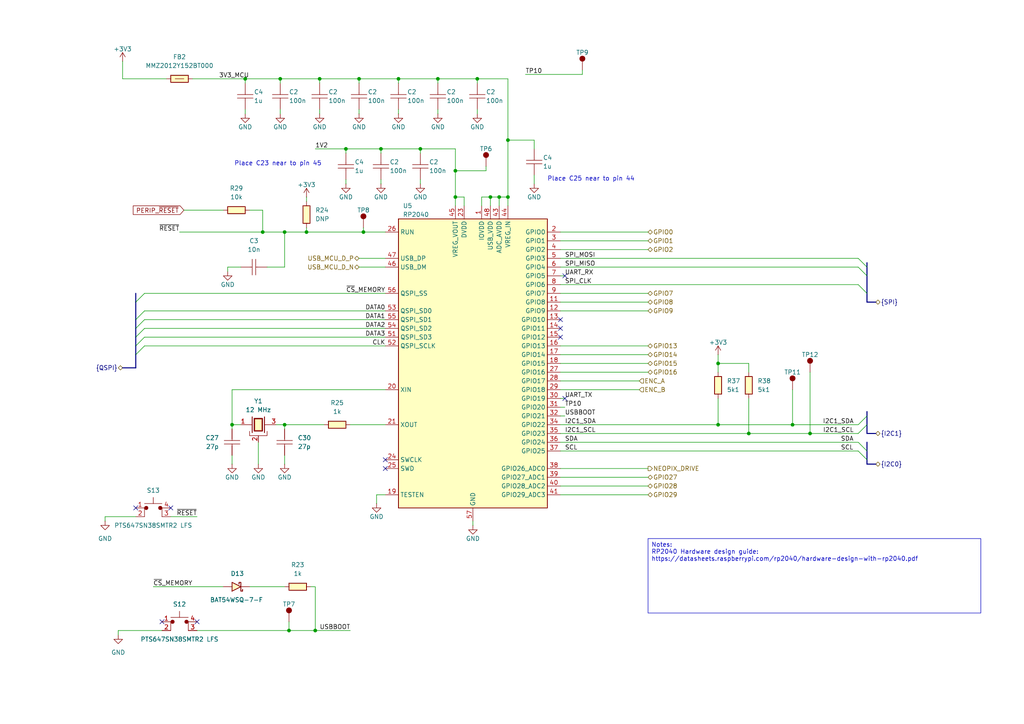
<source format=kicad_sch>
(kicad_sch (version 20231120) (generator "eeschema") (generator_version "8.0")
  (paper "A4")
  (title_block (title "Programmable Keyboard") (date "2025-01-06") (rev "3.0") (company "Kallio Designs Oy") (comment 1 "TL, NH") (comment 2 "ASSEMBLY_PN") (comment 3 "000018"))
  (bus_alias "I2C0" (members "SDA" "SCL"))
  (bus_alias "I2C1" (members "I2C1_SDA" "I2C1_SCL"))
  (bus_alias "QSPI" (members "DATA0" "DATA1" "DATA2" "DATA3" "~{CS}_MEMORY" "CLK"))
  (bus_alias "SPI" (members "SPI_CLK" "SPI_MISO" "SPI_MOSI" "SPI_CS0"))
  (junction (at 142.24 57.15))
  (junction (at 71.12 22.86))
  (junction (at 132.08 49.53))
  (junction (at 104.14 22.86))
  (junction (at 234.95 125.73))
  (junction (at 88.9 67.31))
  (junction (at 147.32 40.64))
  (junction (at 229.87 123.19))
  (junction (at 67.31 123.19))
  (junction (at 147.32 57.15))
  (junction (at 138.43 22.86))
  (junction (at 127 22.86))
  (junction (at 82.55 123.19))
  (junction (at 83.82 182.88))
  (junction (at 144.78 57.15))
  (junction (at 208.28 105.41))
  (junction (at 217.17 125.73))
  (junction (at 92.71 22.86))
  (junction (at 132.08 57.15))
  (junction (at 100.33 43.18))
  (junction (at 105.41 67.31))
  (junction (at 121.92 43.18))
  (junction (at 115.57 22.86))
  (junction (at 81.28 22.86))
  (junction (at 110.49 43.18))
  (junction (at 91.44 182.88))
  (junction (at 208.28 123.19))
  (junction (at 82.55 67.31))
  (junction (at 76.2 67.31))
  (no_connect (at 111.76 135.89))
  (no_connect (at 111.76 133.35))
  (no_connect (at 163.83 80.01))
  (no_connect (at 39.37 147.32))
  (no_connect (at 162.56 92.71))
  (no_connect (at 49.53 147.32))
  (no_connect (at 46.99 180.34))
  (no_connect (at 163.83 115.57))
  (no_connect (at 162.56 95.25))
  (no_connect (at 57.15 180.34))
  (no_connect (at 162.56 97.79))
  (bus_entry (at 39.37 87.63) (size 2.54 -2.54))
  (bus_entry (at 248.92 82.55) (size 2.54 2.54))
  (bus_entry (at 248.92 77.47) (size 2.54 2.54))
  (bus_entry (at 39.37 102.87) (size 2.54 -2.54))
  (bus_entry (at 39.37 97.79) (size 2.54 -2.54))
  (bus_entry (at 248.92 123.19) (size 2.54 -2.54))
  (bus_entry (at 39.37 92.71) (size 2.54 -2.54))
  (bus_entry (at 39.37 100.33) (size 2.54 -2.54))
  (bus_entry (at 248.92 125.73) (size 2.54 -2.54))
  (bus_entry (at 39.37 95.25) (size 2.54 -2.54))
  (bus_entry (at 248.92 74.93) (size 2.54 2.54))
  (bus_entry (at 248.92 130.81) (size 2.54 2.54))
  (bus_entry (at 248.92 128.27) (size 2.54 2.54))
  (wire (pts (xy 110.49 43.18) (xy 121.92 43.18)))
  (wire (pts (xy 154.94 50.8) (xy 154.94 53.34)))
  (wire (pts (xy 64.77 60.96) (xy 53.34 60.96)))
  (bus (pts (xy 251.46 123.19) (xy 251.46 125.73)))
  (wire (pts (xy 71.12 31.75) (xy 71.12 33.02)))
  (wire (pts (xy 187.96 69.85) (xy 162.56 69.85)))
  (wire (pts (xy 187.96 67.31) (xy 162.56 67.31)))
  (wire (pts (xy 163.83 118.11) (xy 162.56 118.11)))
  (wire (pts (xy 137.16 152.4) (xy 137.16 151.13)))
  (wire (pts (xy 104.14 74.93) (xy 111.76 74.93)))
  (wire (pts (xy 187.96 138.43) (xy 162.56 138.43)))
  (bus (pts (xy 39.37 87.63) (xy 39.37 92.71)))
  (wire (pts (xy 162.56 113.03) (xy 185.42 113.03)))
  (wire (pts (xy 162.56 74.93) (xy 248.92 74.93)))
  (wire (pts (xy 121.92 52.07) (xy 121.92 53.34)))
  (wire (pts (xy 105.41 67.31) (xy 111.76 67.31)))
  (wire (pts (xy 147.32 57.15) (xy 144.78 57.15)))
  (wire (pts (xy 162.56 77.47) (xy 248.92 77.47)))
  (wire (pts (xy 217.17 115.57) (xy 217.17 125.73)))
  (wire (pts (xy 147.32 40.64) (xy 147.32 57.15)))
  (wire (pts (xy 163.83 115.57) (xy 162.56 115.57)))
  (wire (pts (xy 41.91 85.09) (xy 111.76 85.09)))
  (wire (pts (xy 82.55 123.19) (xy 82.55 124.46)))
  (wire (pts (xy 88.9 66.04) (xy 88.9 67.31)))
  (wire (pts (xy 162.56 135.89) (xy 187.96 135.89)))
  (wire (pts (xy 187.96 87.63) (xy 162.56 87.63)))
  (wire (pts (xy 142.24 57.15) (xy 139.7 57.15)))
  (wire (pts (xy 81.28 22.86) (xy 92.71 22.86)))
  (wire (pts (xy 115.57 22.86) (xy 127 22.86)))
  (bus (pts (xy 251.46 128.27) (xy 251.46 130.81)))
  (wire (pts (xy 101.6 123.19) (xy 111.76 123.19)))
  (wire (pts (xy 208.28 123.19) (xy 229.87 123.19)))
  (wire (pts (xy 162.56 123.19) (xy 208.28 123.19)))
  (wire (pts (xy 208.28 115.57) (xy 208.28 123.19)))
  (wire (pts (xy 138.43 31.75) (xy 138.43 33.02)))
  (wire (pts (xy 187.96 143.51) (xy 162.56 143.51)))
  (wire (pts (xy 105.41 66.04) (xy 105.41 67.31)))
  (wire (pts (xy 92.71 31.75) (xy 92.71 33.02)))
  (wire (pts (xy 110.49 44.45) (xy 110.49 43.18)))
  (wire (pts (xy 81.28 24.13) (xy 81.28 22.86)))
  (wire (pts (xy 30.48 149.86) (xy 30.48 151.13)))
  (wire (pts (xy 76.2 60.96) (xy 76.2 67.31)))
  (wire (pts (xy 88.9 57.15) (xy 88.9 58.42)))
  (wire (pts (xy 82.55 67.31) (xy 88.9 67.31)))
  (wire (pts (xy 229.87 113.03) (xy 229.87 123.19)))
  (wire (pts (xy 187.96 107.95) (xy 162.56 107.95)))
  (wire (pts (xy 162.56 130.81) (xy 248.92 130.81)))
  (wire (pts (xy 49.53 149.86) (xy 57.15 149.86)))
  (wire (pts (xy 208.28 105.41) (xy 208.28 107.95)))
  (wire (pts (xy 162.56 82.55) (xy 248.92 82.55)))
  (wire (pts (xy 111.76 100.33) (xy 41.91 100.33)))
  (wire (pts (xy 121.92 44.45) (xy 121.92 43.18)))
  (wire (pts (xy 127 22.86) (xy 138.43 22.86)))
  (wire (pts (xy 127 24.13) (xy 127 22.86)))
  (wire (pts (xy 140.97 49.53) (xy 132.08 49.53)))
  (wire (pts (xy 34.29 182.88) (xy 34.29 184.15)))
  (wire (pts (xy 121.92 43.18) (xy 132.08 43.18)))
  (wire (pts (xy 208.28 102.87) (xy 208.28 105.41)))
  (wire (pts (xy 208.28 105.41) (xy 217.17 105.41)))
  (wire (pts (xy 132.08 57.15) (xy 132.08 59.69)))
  (wire (pts (xy 57.15 182.88) (xy 83.82 182.88)))
  (wire (pts (xy 147.32 22.86) (xy 147.32 40.64)))
  (wire (pts (xy 80.01 123.19) (xy 82.55 123.19)))
  (wire (pts (xy 111.76 95.25) (xy 41.91 95.25)))
  (wire (pts (xy 100.33 44.45) (xy 100.33 43.18)))
  (wire (pts (xy 132.08 57.15) (xy 134.62 57.15)))
  (wire (pts (xy 217.17 107.95) (xy 217.17 105.41)))
  (wire (pts (xy 104.14 22.86) (xy 115.57 22.86)))
  (wire (pts (xy 110.49 52.07) (xy 110.49 53.34)))
  (wire (pts (xy 144.78 59.69) (xy 144.78 57.15)))
  (bus (pts (xy 39.37 92.71) (xy 39.37 95.25)))
  (bus (pts (xy 254 87.63) (xy 251.46 87.63)))
  (wire (pts (xy 140.97 48.26) (xy 140.97 49.53)))
  (bus (pts (xy 39.37 100.33) (xy 39.37 102.87)))
  (wire (pts (xy 115.57 31.75) (xy 115.57 33.02)))
  (bus (pts (xy 251.46 76.2) (xy 251.46 77.47)))
  (wire (pts (xy 83.82 182.88) (xy 91.44 182.88)))
  (wire (pts (xy 139.7 57.15) (xy 139.7 59.69)))
  (wire (pts (xy 52.07 67.31) (xy 76.2 67.31)))
  (wire (pts (xy 187.96 90.17) (xy 162.56 90.17)))
  (bus (pts (xy 39.37 97.79) (xy 39.37 100.33)))
  (bus (pts (xy 251.46 133.35) (xy 251.46 134.62)))
  (wire (pts (xy 217.17 125.73) (xy 234.95 125.73)))
  (bus (pts (xy 251.46 85.09) (xy 251.46 87.63)))
  (wire (pts (xy 83.82 180.34) (xy 83.82 182.88)))
  (wire (pts (xy 154.94 43.18) (xy 154.94 40.64)))
  (bus (pts (xy 251.46 130.81) (xy 251.46 133.35)))
  (wire (pts (xy 132.08 49.53) (xy 132.08 57.15)))
  (wire (pts (xy 142.24 59.69) (xy 142.24 57.15)))
  (wire (pts (xy 69.85 123.19) (xy 67.31 123.19)))
  (wire (pts (xy 76.2 67.31) (xy 82.55 67.31)))
  (wire (pts (xy 81.28 22.86) (xy 71.12 22.86)))
  (wire (pts (xy 132.08 49.53) (xy 132.08 43.18)))
  (wire (pts (xy 138.43 24.13) (xy 138.43 22.86)))
  (wire (pts (xy 147.32 59.69) (xy 147.32 57.15)))
  (wire (pts (xy 138.43 22.86) (xy 147.32 22.86)))
  (bus (pts (xy 251.46 80.01) (xy 251.46 85.09)))
  (wire (pts (xy 46.99 182.88) (xy 34.29 182.88)))
  (wire (pts (xy 82.55 170.18) (xy 72.39 170.18)))
  (wire (pts (xy 152.4 21.59) (xy 168.91 21.59)))
  (wire (pts (xy 77.47 77.47) (xy 82.55 77.47)))
  (wire (pts (xy 163.83 80.01) (xy 162.56 80.01)))
  (wire (pts (xy 111.76 97.79) (xy 41.91 97.79)))
  (wire (pts (xy 111.76 143.51) (xy 109.22 143.51)))
  (wire (pts (xy 71.12 24.13) (xy 71.12 22.86)))
  (wire (pts (xy 82.55 77.47) (xy 82.55 67.31)))
  (wire (pts (xy 91.44 43.18) (xy 100.33 43.18)))
  (bus (pts (xy 39.37 102.87) (xy 39.37 106.68)))
  (wire (pts (xy 104.14 77.47) (xy 111.76 77.47)))
  (wire (pts (xy 67.31 123.19) (xy 67.31 124.46)))
  (wire (pts (xy 115.57 24.13) (xy 115.57 22.86)))
  (wire (pts (xy 162.56 125.73) (xy 217.17 125.73)))
  (wire (pts (xy 104.14 24.13) (xy 104.14 22.86)))
  (wire (pts (xy 92.71 24.13) (xy 92.71 22.86)))
  (wire (pts (xy 162.56 110.49) (xy 185.42 110.49)))
  (wire (pts (xy 100.33 52.07) (xy 100.33 53.34)))
  (bus (pts (xy 251.46 77.47) (xy 251.46 80.01)))
  (wire (pts (xy 147.32 40.64) (xy 154.94 40.64)))
  (wire (pts (xy 91.44 170.18) (xy 91.44 182.88)))
  (wire (pts (xy 88.9 67.31) (xy 105.41 67.31)))
  (wire (pts (xy 104.14 31.75) (xy 104.14 33.02)))
  (wire (pts (xy 127 31.75) (xy 127 33.02)))
  (wire (pts (xy 44.45 170.18) (xy 64.77 170.18)))
  (wire (pts (xy 66.04 77.47) (xy 66.04 78.74)))
  (wire (pts (xy 55.88 22.86) (xy 71.12 22.86)))
  (wire (pts (xy 111.76 92.71) (xy 41.91 92.71)))
  (wire (pts (xy 69.85 77.47) (xy 66.04 77.47)))
  (wire (pts (xy 162.56 120.65) (xy 163.83 120.65)))
  (wire (pts (xy 111.76 113.03) (xy 67.31 113.03)))
  (wire (pts (xy 144.78 57.15) (xy 142.24 57.15)))
  (wire (pts (xy 81.28 31.75) (xy 81.28 33.02)))
  (wire (pts (xy 187.96 105.41) (xy 162.56 105.41)))
  (wire (pts (xy 134.62 59.69) (xy 134.62 57.15)))
  (wire (pts (xy 90.17 170.18) (xy 91.44 170.18)))
  (wire (pts (xy 187.96 100.33) (xy 162.56 100.33)))
  (wire (pts (xy 168.91 21.59) (xy 168.91 20.32)))
  (bus (pts (xy 251.46 120.65) (xy 251.46 123.19)))
  (wire (pts (xy 48.26 22.86) (xy 35.56 22.86)))
  (wire (pts (xy 74.93 134.62) (xy 74.93 128.27)))
  (wire (pts (xy 162.56 128.27) (xy 248.92 128.27)))
  (bus (pts (xy 251.46 119.38) (xy 251.46 120.65)))
  (wire (pts (xy 187.96 72.39) (xy 162.56 72.39)))
  (wire (pts (xy 35.56 22.86) (xy 35.56 17.78)))
  (wire (pts (xy 111.76 90.17) (xy 41.91 90.17)))
  (bus (pts (xy 254 125.73) (xy 251.46 125.73)))
  (bus (pts (xy 39.37 106.68) (xy 35.56 106.68)))
  (wire (pts (xy 229.87 123.19) (xy 248.92 123.19)))
  (wire (pts (xy 187.96 140.97) (xy 162.56 140.97)))
  (wire (pts (xy 234.95 125.73) (xy 248.92 125.73)))
  (wire (pts (xy 234.95 107.95) (xy 234.95 125.73)))
  (bus (pts (xy 254 134.62) (xy 251.46 134.62)))
  (wire (pts (xy 187.96 102.87) (xy 162.56 102.87)))
  (wire (pts (xy 72.39 60.96) (xy 76.2 60.96)))
  (wire (pts (xy 92.71 22.86) (xy 104.14 22.86)))
  (wire (pts (xy 82.55 134.62) (xy 82.55 132.08)))
  (wire (pts (xy 100.33 43.18) (xy 110.49 43.18)))
  (wire (pts (xy 67.31 134.62) (xy 67.31 132.08)))
  (wire (pts (xy 109.22 143.51) (xy 109.22 146.05)))
  (wire (pts (xy 39.37 149.86) (xy 30.48 149.86)))
  (wire (pts (xy 187.96 85.09) (xy 162.56 85.09)))
  (wire (pts (xy 67.31 113.03) (xy 67.31 123.19)))
  (bus (pts (xy 39.37 85.09) (xy 39.37 87.63)))
  (wire (pts (xy 82.55 123.19) (xy 93.98 123.19)))
  (bus (pts (xy 39.37 95.25) (xy 39.37 97.79)))
  (wire (pts (xy 91.44 182.88) (xy 101.6 182.88)))
  (text_box "Notes:\nRP2040 Hardware design guide:\nhttps://datasheets.raspberrypi.com/rp2040/hardware-design-with-rp2040.pdf\n" (at 187.96 156.21 0) (size 96.52 21.59) (effects (font (size 1.27 1.27)) (justify left top)))
  (text "Place C25 near to pin 44" (at 158.75 52.705 0) (effects (font (size 1.27 1.27)) (justify left bottom)))
  (text "Place C23 near to pin 45" (at 67.945 48.26 0) (effects (font (size 1.27 1.27)) (justify left bottom)))
  (label "USBBOOT" (at 163.83 120.65 0))
  (label "I2C1_SCL" (at 163.83 125.73 0))
  (label "SPI_CLK" (at 163.83 82.55 0))
  (label "SDA" (at 163.83 128.27 0))
  (label "DATA1" (at 111.76 92.71 180))
  (label "USBBOOT" (at 101.6 182.88 180))
  (label "SCL" (at 243.84 130.81 0))
  (label "TP10" (at 163.83 118.11 0))
  (label "3V3_MCU" (at 63.5 22.86 0))
  (label "~{CS}_MEMORY" (at 44.45 170.18 0))
  (label "I2C1_SCL" (at 247.65 125.73 180))
  (label "CLK" (at 111.76 100.33 180))
  (label "SCL" (at 163.83 130.81 0))
  (label "DATA0" (at 111.76 90.17 180))
  (label "UART_TX" (at 163.83 115.57 0))
  (label "DATA3" (at 111.76 97.79 180))
  (label "~{CS}_MEMORY" (at 111.76 85.09 180))
  (label "I2C1_SDA" (at 247.65 123.19 180))
  (label "DATA2" (at 111.76 95.25 180))
  (label "SPI_MOSI" (at 163.83 74.93 0))
  (label "~{RESET}" (at 52.07 67.31 180))
  (label "1V2" (at 91.44 43.18 0))
  (label "TP10" (at 152.4 21.59 0))
  (label "I2C1_SDA" (at 163.83 123.19 0))
  (label "SPI_MISO" (at 163.83 77.47 0))
  (label "UART_RX" (at 163.83 80.01 0))
  (label "SDA" (at 243.84 128.27 0))
  (label "~{RESET}" (at 57.15 149.86 180))
  (global_label "PERIP_~{RESET}" (shape input) (at 53.34 60.96 180) (property "Intersheetrefs" "${INTERSHEET_REFS}" (effects (hide yes))))
  (hierarchical_label "GPIO16" (shape bidirectional) (at 187.96 107.95 0))
  (hierarchical_label "GPIO28" (shape bidirectional) (at 187.96 140.97 0))
  (hierarchical_label "{I2C0}" (shape bidirectional) (at 254 134.62 0))
  (hierarchical_label "USB_MCU_D_P" (shape bidirectional) (at 104.14 74.93 180))
  (hierarchical_label "GPIO29" (shape bidirectional) (at 187.96 143.51 0))
  (hierarchical_label "GPIO9" (shape bidirectional) (at 187.96 90.17 0))
  (hierarchical_label "GPIO13" (shape bidirectional) (at 187.96 100.33 0))
  (hierarchical_label "GPIO15" (shape bidirectional) (at 187.96 105.41 0))
  (hierarchical_label "{I2C1}" (shape bidirectional) (at 254 125.73 0))
  (hierarchical_label "USB_MCU_D_N" (shape bidirectional) (at 104.14 77.47 180))
  (hierarchical_label "{QSPI}" (shape bidirectional) (at 35.56 106.68 180))
  (hierarchical_label "GPIO2" (shape bidirectional) (at 187.96 72.39 0))
  (hierarchical_label "ENC_B" (shape input) (at 185.42 113.03 0))
  (hierarchical_label "{SPI}" (shape bidirectional) (at 254 87.63 0))
  (hierarchical_label "GPIO1" (shape bidirectional) (at 187.96 69.85 0))
  (hierarchical_label "GPIO14" (shape bidirectional) (at 187.96 102.87 0))
  (hierarchical_label "GPIO8" (shape bidirectional) (at 187.96 87.63 0))
  (hierarchical_label "ENC_A" (shape input) (at 185.42 110.49 0))
  (hierarchical_label "GPIO27" (shape bidirectional) (at 187.96 138.43 0))
  (hierarchical_label "NEOPIX_DRIVE" (shape output) (at 187.96 135.89 0))
  (hierarchical_label "GPIO0" (shape bidirectional) (at 187.96 67.31 0))
  (hierarchical_label "GPIO7" (shape bidirectional) (at 187.96 85.09 0))
  (symbol (lib_id "KD_Capacitor:C_0603_100n_X7R_50V") (at 127 27.94 0) (unit 1)
    (property "Reference" "C2" (at 129.54 26.67 0) (effects (justify left)))
    (property "Value" "100n" (at 129.54 29.21 0) (effects (justify left)))
    (property "Footprint" "KD_Capacitor:CAPC1608X90N" (effects (hide yes)))
    (property "Datasheet" "https://mm.digikey.com/Volume0/opasdata/d220001/medias/docus/658/CL10B104KB8NNWC_Spec.pdf" (effects (hide yes)))
    (property "Description" "CAP CER 0.1UF 50V X7R 0603" (effects (hide yes)))
    (property "Manufacturer" "Samsung" (effects (hide yes)))
    (property "MFG_PartNo" "CL10B104KB8NNWC" (effects (hide yes)))
    (property "Supplier" "Digi-Key" (effects (hide yes)))
    (property "Supplier_PartNo" "1276-1935-1-ND" (effects (hide yes)))
    (property "DNP" "F" (effects (hide yes)))
    (property "Price" "0.01" (effects (hide yes)))
    (instances (project "000052 RCCON" (path "" (reference "C2") (unit 1))) (project "000018 PGKB" (path "" (reference "C34") (unit 1))))
  )
  (symbol (lib_id "KD_Connector_Pads:TestPoint_2.5mm_H0.9") (at 83.82 180.34 0) (unit 1)
    (property "Reference" "TP7" (at 83.82 175.26 0))
    (property "Value" "TP D2.5 mm H0.9mm" (effects (hide yes)))
    (property "Footprint" "KD_Connector_Pads:TestPoint_Pad_D2.5mm_H0.9mm" (effects (hide yes)))
    (property "Datasheet" "DNP" (effects (hide yes)))
    (property "Description" "Test point" (effects (hide yes)))
    (property "Code" "DNP" (effects (hide yes)))
    (property "Manufacturer" "DNP" (effects (hide yes)))
    (property "MFG_PartNo" "DNP" (effects (hide yes)))
    (property "Supplier" "DNP" (effects (hide yes)))
    (property "Supplier_PartNo" "DNP" (effects (hide yes)))
    (property "DNP" "T" (effects (hide yes)))
    (property "Price" "0.00" (effects (hide yes)))
  )
  (symbol (lib_id "power:GND") (at 82.55 134.62 0) (mirror y) (unit 1)
    (property "Reference" "#GND05" (effects (hide yes)))
    (property "Value" "GND" (at 82.55 138.43 0))
    (property "Description" "Power symbol creates a global label with name \"GND\" , ground" (effects (hide yes)))
    (instances (project "000052 RCCON" (path "" (reference "#GND05") (unit 1))) (project "000018 PGKB" (path "" (reference "#GND023") (unit 1))))
  )
  (symbol (lib_id "power:GND") (at 71.12 33.02 0) (mirror y) (unit 1)
    (property "Reference" "#GND04" (effects (hide yes)))
    (property "Value" "GND" (at 71.12 36.83 0))
    (property "Description" "Power symbol creates a global label with name \"GND\" , ground" (effects (hide yes)))
    (instances (project "000052 RCCON" (path "" (reference "#GND04") (unit 1))) (project "000018 PGKB" (path "" (reference "#GND020") (unit 1))))
  )
  (symbol (lib_id "KD_IC_MCU:RPi_RP2040") (at 137.16 102.87 0) (unit 1)
    (property "Reference" "U5" (at 116.84 59.69 0) (effects (justify left)))
    (property "Value" "RP2040" (at 116.84 62.23 0) (effects (justify left)))
    (property "Footprint" "Package_DFN_QFN:QFN-56-1EP_7x7mm_P0.4mm_EP3.2x3.2mm" (effects (hide yes)))
    (property "Datasheet" "https://datasheets.raspberrypi.com/rp2040/rp2040-datasheet.pdf" (effects (hide yes)))
    (property "Description" "ARM® Cortex®-M0+ - Microcontroller IC 32-Bit Dual-Core 133MHz External Program Memory 56-QFN (7x7)" (effects (hide yes)))
    (property "Manufacturer" "Raspberry Pi" (effects (hide yes)))
    (property "MFG_PartNo" "SC0914(13)" (effects (hide yes)))
    (property "Supplier" "Digi-Key" (effects (hide yes)))
    (property "Supplier_PartNo" "2648-SC0914(13)CT-ND" (effects (hide yes)))
    (property "DNP" "F" (effects (hide yes)))
    (property "Price" "0.66" (effects (hide yes)))
  )
  (symbol (lib_id "power:GND") (at 127 33.02 0) (mirror y) (unit 1)
    (property "Reference" "#GND02" (effects (hide yes)))
    (property "Value" "GND" (at 127 36.83 0))
    (property "Description" "Power symbol creates a global label with name \"GND\" , ground" (effects (hide yes)))
    (instances (project "000052 RCCON" (path "" (reference "#GND02") (unit 1))) (project "000018 PGKB" (path "" (reference "#GND028") (unit 1))))
  )
  (symbol (lib_id "KD_Capacitor:C_0603_100n_X7R_50V") (at 92.71 27.94 0) (unit 1)
    (property "Reference" "C2" (at 95.25 26.67 0) (effects (justify left)))
    (property "Value" "100n" (at 95.25 29.21 0) (effects (justify left)))
    (property "Footprint" "KD_Capacitor:CAPC1608X90N" (effects (hide yes)))
    (property "Datasheet" "https://mm.digikey.com/Volume0/opasdata/d220001/medias/docus/658/CL10B104KB8NNWC_Spec.pdf" (effects (hide yes)))
    (property "Description" "CAP CER 0.1UF 50V X7R 0603" (effects (hide yes)))
    (property "Manufacturer" "Samsung" (effects (hide yes)))
    (property "MFG_PartNo" "CL10B104KB8NNWC" (effects (hide yes)))
    (property "Supplier" "Digi-Key" (effects (hide yes)))
    (property "Supplier_PartNo" "1276-1935-1-ND" (effects (hide yes)))
    (property "DNP" "F" (effects (hide yes)))
    (property "Price" "0.01" (effects (hide yes)))
    (instances (project "000052 RCCON" (path "" (reference "C2") (unit 1))) (project "000018 PGKB" (path "" (reference "C31") (unit 1))))
  )
  (symbol (lib_id "KD_Resistor:R_0603_5100_1%") (at 208.28 111.76 0) (unit 1)
    (property "Reference" "R37" (at 210.82 110.4899 0) (effects (justify left)))
    (property "Value" "5k1" (at 210.82 113.0299 0) (effects (justify left)))
    (property "Footprint" "KD_Resistor:RESC1608X55N" (effects (hide yes)))
    (property "Datasheet" "https://www.seielect.com/catalog/sei-rmcf_rmcp.pdf" (effects (hide yes)))
    (property "Description" "RES 5.1K OHM 5% 1/10W 0603" (effects (hide yes)))
    (property "Manufacturer" "Stackpole Electronics Inc" (effects (hide yes)))
    (property "MFG_PartNo" "RMCF0603JT5K10" (effects (hide yes)))
    (property "Supplier" "Digi-Key" (effects (hide yes)))
    (property "Supplier_PartNo" "RMCF0603JT5K10CT-ND" (effects (hide yes)))
    (property "DNP" "F" (effects (hide yes)))
    (property "Price" "0.01" (effects (hide yes)))
    (instances (project "000052 RCCON" (path "" (reference "R37") (unit 1))) (project "000018 PGKB" (path "" (reference "R26") (unit 1))))
  )
  (symbol (lib_id "power:GND") (at 115.57 33.02 0) (mirror y) (unit 1)
    (property "Reference" "#GND02" (effects (hide yes)))
    (property "Value" "GND" (at 115.57 36.83 0))
    (property "Description" "Power symbol creates a global label with name \"GND\" , ground" (effects (hide yes)))
    (instances (project "000052 RCCON" (path "" (reference "#GND02") (unit 1))) (project "000018 PGKB" (path "" (reference "#GND027") (unit 1))))
  )
  (symbol (lib_id "power:GND") (at 34.29 184.15 0) (mirror y) (unit 1)
    (property "Reference" "#GND052" (effects (hide yes)))
    (property "Value" "GND" (at 34.29 189.23 0))
    (property "Description" "Power symbol creates a global label with name \"GND\" , ground" (effects (hide yes)))
    (instances (project "000052 RCCON" (path "" (reference "#GND052") (unit 1))) (project "000018 PGKB" (path "" (reference "#GND013") (unit 1))))
  )
  (symbol (lib_id "power:GND") (at 81.28 33.02 0) (mirror y) (unit 1)
    (property "Reference" "#GND02" (effects (hide yes)))
    (property "Value" "GND" (at 81.28 36.83 0))
    (property "Description" "Power symbol creates a global label with name \"GND\" , ground" (effects (hide yes)))
    (instances (project "000052 RCCON" (path "" (reference "#GND02") (unit 1))) (project "000018 PGKB" (path "" (reference "#GND022") (unit 1))))
  )
  (symbol (lib_id "KD_Capacitor:C_0805_1u_X7R_25V") (at 154.94 46.99 0) (unit 1)
    (property "Reference" "C4" (at 157.48 45.72 0) (effects (justify left)))
    (property "Value" "1u" (at 157.48 48.26 0) (effects (justify left)))
    (property "Footprint" "KD_Capacitor:CAPC2012X135N" (effects (hide yes)))
    (property "Datasheet" "https://mm.digikey.com/Volume0/opasdata/d220001/medias/docus/1105/CL21B105KAFNNNE_Spec.pdf" (effects (hide yes)))
    (property "Description" "CAP CER 1UF 25V X7R 0805" (effects (hide yes)))
    (property "Manufacturer" "Samsung Electro-Mechanics" (effects (hide yes)))
    (property "MFG_PartNo" "CL21B105KAFNNNE" (effects (hide yes)))
    (property "Supplier" "Digi-Key" (effects (hide yes)))
    (property "Supplier_PartNo" "1276-1066-1-ND" (effects (hide yes)))
    (property "DNP" "F" (effects (hide yes)))
    (property "Price" "0.03" (effects (hide yes)))
    (instances (project "000052 RCCON" (path "" (reference "C4") (unit 1))) (project "000018 PGKB" (path "" (reference "C25") (unit 1))))
  )
  (symbol (lib_id "KD_Switch:Button_tactile_PTS647SN38SMTR2LFS") (at 52.07 180.34 0) (unit 1)
    (property "Reference" "S12" (at 52.07 175.26 0))
    (property "Value" "PTS647SN38SMTR2 LFS" (at 52.07 185.42 0))
    (property "Footprint" "KD_Switch:SW_Push_1P1T_NO_CK_PTS647SN50SMTR2LFS" (effects (hide yes)))
    (property "Datasheet" "https://www.ckswitches.com/media/2567/pts647.pdf" (effects (hide yes)))
    (property "Description" "Tactile Switch SPST-NO Top Actuated Surface Mount" (effects (hide yes)))
    (property "Manufacturer" "C&K" (effects (hide yes)))
    (property "MFG_PartNo" "PTS647SN38SMTR2 LFS" (effects (hide yes)))
    (property "Supplier" "Digi-Key" (effects (hide yes)))
    (property "Supplier_PartNo" "PTS647SN38SMTR2LFSCT-ND" (effects (hide yes)))
    (property "DNP" "F" (effects (hide yes)))
    (property "Price" "0.17" (effects (hide yes)))
  )
  (symbol (lib_id "power:GND") (at 154.94 53.34 0) (mirror y) (unit 1)
    (property "Reference" "#GND04" (effects (hide yes)))
    (property "Value" "GND" (at 154.94 57.15 0))
    (property "Description" "Power symbol creates a global label with name \"GND\" , ground" (effects (hide yes)))
    (instances (project "000052 RCCON" (path "" (reference "#GND04") (unit 1))) (project "000018 PGKB" (path "" (reference "#GND017") (unit 1))))
  )
  (symbol (lib_id "power:GND") (at 109.22 146.05 0) (mirror y) (unit 1)
    (property "Reference" "#GND06" (effects (hide yes)))
    (property "Value" "GND" (at 109.22 149.86 0))
    (property "Description" "Power symbol creates a global label with name \"GND\" , ground" (effects (hide yes)))
    (instances (project "000052 RCCON" (path "" (reference "#GND06") (unit 1))) (project "000018 PGKB" (path "" (reference "#GND026") (unit 1))))
  )
  (symbol (lib_id "KD_Capacitor:C_0603_100n_X7R_50V") (at 121.92 48.26 0) (unit 1)
    (property "Reference" "C2" (at 124.46 46.99 0) (effects (justify left)))
    (property "Value" "100n" (at 124.46 49.53 0) (effects (justify left)))
    (property "Footprint" "KD_Capacitor:CAPC1608X90N" (effects (hide yes)))
    (property "Datasheet" "https://mm.digikey.com/Volume0/opasdata/d220001/medias/docus/658/CL10B104KB8NNWC_Spec.pdf" (effects (hide yes)))
    (property "Description" "CAP CER 0.1UF 50V X7R 0603" (effects (hide yes)))
    (property "Manufacturer" "Samsung" (effects (hide yes)))
    (property "MFG_PartNo" "CL10B104KB8NNWC" (effects (hide yes)))
    (property "Supplier" "Digi-Key" (effects (hide yes)))
    (property "Supplier_PartNo" "1276-1935-1-ND" (effects (hide yes)))
    (property "DNP" "F" (effects (hide yes)))
    (property "Price" "0.01" (effects (hide yes)))
    (instances (project "000052 RCCON" (path "" (reference "C2") (unit 1))) (project "000018 PGKB" (path "" (reference "C26") (unit 1))))
  )
  (symbol (lib_id "power:GND") (at 138.43 33.02 0) (mirror y) (unit 1)
    (property "Reference" "#GND02" (effects (hide yes)))
    (property "Value" "GND" (at 138.43 36.83 0))
    (property "Description" "Power symbol creates a global label with name \"GND\" , ground" (effects (hide yes)))
    (instances (project "000052 RCCON" (path "" (reference "#GND02") (unit 1))) (project "000018 PGKB" (path "" (reference "#GND030") (unit 1))))
  )
  (symbol (lib_id "KD_Connector_Pads:TestPoint_2.5mm_H0.9") (at 140.97 48.26 0) (unit 1)
    (property "Reference" "TP6" (at 140.97 43.18 0))
    (property "Value" "TP D2.5 mm H0.9mm" (effects (hide yes)))
    (property "Footprint" "KD_Connector_Pads:TestPoint_Pad_D2.5mm_H0.9mm" (effects (hide yes)))
    (property "Datasheet" "DNP" (effects (hide yes)))
    (property "Description" "Test point" (effects (hide yes)))
    (property "Code" "DNP" (effects (hide yes)))
    (property "Manufacturer" "DNP" (effects (hide yes)))
    (property "MFG_PartNo" "DNP" (effects (hide yes)))
    (property "Supplier" "DNP" (effects (hide yes)))
    (property "Supplier_PartNo" "DNP" (effects (hide yes)))
    (property "DNP" "T" (effects (hide yes)))
    (property "Price" "0.00" (effects (hide yes)))
  )
  (symbol (lib_id "KD_Connector_Pads:TestPoint_2.5mm_H0.9") (at 234.95 107.95 0) (unit 1)
    (property "Reference" "TP12" (at 234.95 102.87 0))
    (property "Value" "TP D2.5 mm H0.9mm" (effects (hide yes)))
    (property "Footprint" "KD_Connector_Pads:TestPoint_Pad_D2.5mm_H0.9mm" (effects (hide yes)))
    (property "Datasheet" "DNP" (effects (hide yes)))
    (property "Description" "Test point" (effects (hide yes)))
    (property "Code" "DNP" (effects (hide yes)))
    (property "Manufacturer" "DNP" (effects (hide yes)))
    (property "MFG_PartNo" "DNP" (effects (hide yes)))
    (property "Supplier" "DNP" (effects (hide yes)))
    (property "Supplier_PartNo" "DNP" (effects (hide yes)))
    (property "DNP" "T" (effects (hide yes)))
    (property "Price" "0.00" (effects (hide yes)))
  )
  (symbol (lib_id "KD_Connector_Pads:TestPoint_1.5mm_Round") (at 168.91 20.32 0) (unit 1)
    (property "Reference" "TP9" (at 168.91 15.24 0))
    (property "Value" "TestPoint_1.5mm_Round" (effects (hide yes)))
    (property "Footprint" "KD_Connector_Pads:TestPoint_Pad_D1.5mm" (effects (hide yes)))
    (property "Datasheet" "DNP" (effects (hide yes)))
    (property "Description" "Test point" (effects (hide yes)))
    (property "Code" "DNP" (effects (hide yes)))
    (property "Manufacturer" "DNP" (effects (hide yes)))
    (property "MFG_PartNo" "DNP" (effects (hide yes)))
    (property "Supplier" "DNP" (effects (hide yes)))
    (property "Supplier_PartNo" "DNP" (effects (hide yes)))
    (property "DNP" "T" (effects (hide yes)))
    (property "Price" "0.00" (effects (hide yes)))
  )
  (symbol (lib_id "KD_Capacitor:C_0603_100n_X7R_50V") (at 104.14 27.94 0) (unit 1)
    (property "Reference" "C2" (at 106.68 26.67 0) (effects (justify left)))
    (property "Value" "100n" (at 106.68 29.21 0) (effects (justify left)))
    (property "Footprint" "KD_Capacitor:CAPC1608X90N" (effects (hide yes)))
    (property "Datasheet" "https://mm.digikey.com/Volume0/opasdata/d220001/medias/docus/658/CL10B104KB8NNWC_Spec.pdf" (effects (hide yes)))
    (property "Description" "CAP CER 0.1UF 50V X7R 0603" (effects (hide yes)))
    (property "Manufacturer" "Samsung" (effects (hide yes)))
    (property "MFG_PartNo" "CL10B104KB8NNWC" (effects (hide yes)))
    (property "Supplier" "Digi-Key" (effects (hide yes)))
    (property "Supplier_PartNo" "1276-1935-1-ND" (effects (hide yes)))
    (property "DNP" "F" (effects (hide yes)))
    (property "Price" "0.01" (effects (hide yes)))
    (instances (project "000052 RCCON" (path "" (reference "C2") (unit 1))) (project "000018 PGKB" (path "" (reference "C32") (unit 1))))
  )
  (symbol (lib_id "power:+3V3") (at 208.28 102.87 0) (unit 1)
    (property "Reference" "#+3V07" (effects (hide yes)))
    (property "Value" "+3V3" (at 208.28 99.314 0))
    (property "Description" "Power symbol creates a global label with name \"+3V3\"" (effects (hide yes)))
    (instances (project "000052 RCCON" (path "" (reference "#+3V07") (unit 1))) (project "000018 PGKB" (path "" (reference "#+3V06") (unit 1))))
  )
  (symbol (lib_id "KD_Capacitor:C_0603_10n_X7R_100V") (at 73.66 77.47 90) (unit 1)
    (property "Reference" "C3" (at 73.66 69.85 90))
    (property "Value" "10n" (at 73.66 72.39 90))
    (property "Footprint" "KD_Capacitor:CAPC1608X90N" (effects (hide yes)))
    (property "Datasheet" "https://product.tdk.com/en/system/files?file=dam/doc/product/capacitor/ceramic/mlcc/catalog/mlcc_commercial_midvoltage_en.pdf" (effects (hide yes)))
    (property "Description" "CAP CER 10000PF 100V X7R 0603" (effects (hide yes)))
    (property "Manufacturer" "TDK Corporation" (effects (hide yes)))
    (property "MFG_PartNo" "C1608X7R2A103K080AA" (effects (hide yes)))
    (property "Supplier" "Digi-Key" (effects (hide yes)))
    (property "Supplier_PartNo" "445-1304-1-ND" (effects (hide yes)))
    (property "DNP" "F" (effects (hide yes)))
    (property "Price" "0.05" (effects (hide yes)))
  )
  (symbol (lib_id "KD_Resistor:R_0603_5100_1%") (at 217.17 111.76 0) (unit 1)
    (property "Reference" "R38" (at 219.71 110.4899 0) (effects (justify left)))
    (property "Value" "5k1" (at 219.71 113.0299 0) (effects (justify left)))
    (property "Footprint" "KD_Resistor:RESC1608X55N" (effects (hide yes)))
    (property "Datasheet" "https://www.seielect.com/catalog/sei-rmcf_rmcp.pdf" (effects (hide yes)))
    (property "Description" "RES 5.1K OHM 5% 1/10W 0603" (effects (hide yes)))
    (property "Manufacturer" "Stackpole Electronics Inc" (effects (hide yes)))
    (property "MFG_PartNo" "RMCF0603JT5K10" (effects (hide yes)))
    (property "Supplier" "Digi-Key" (effects (hide yes)))
    (property "Supplier_PartNo" "RMCF0603JT5K10CT-ND" (effects (hide yes)))
    (property "DNP" "F" (effects (hide yes)))
    (property "Price" "0.01" (effects (hide yes)))
    (instances (project "000052 RCCON" (path "" (reference "R38") (unit 1))) (project "000018 PGKB" (path "" (reference "R27") (unit 1))))
  )
  (symbol (lib_id "power:GND") (at 92.71 33.02 0) (mirror y) (unit 1)
    (property "Reference" "#GND02" (effects (hide yes)))
    (property "Value" "GND" (at 92.71 36.83 0))
    (property "Description" "Power symbol creates a global label with name \"GND\" , ground" (effects (hide yes)))
    (instances (project "000052 RCCON" (path "" (reference "#GND02") (unit 1))) (project "000018 PGKB" (path "" (reference "#GND024") (unit 1))))
  )
  (symbol (lib_id "KD_Oscillator:Crystal_12M_ABM8-272-T3") (at 74.93 123.19 0) (unit 1)
    (property "Reference" "Y1" (at 74.93 116.332 0))
    (property "Value" "12 MHz" (at 74.93 118.872 0))
    (property "Footprint" "KD_Oscillator:OSCCC320X250X70_M" (effects (hide yes)))
    (property "Datasheet" "https://www.mouser.fi/datasheet/2/3/ABM8_272_T3-3392615.pdf" (effects (hide yes)))
    (property "Description" "12 MHz ±30ppm Crystal 10pF 50 Ohms 4-SMD, No Lead" (effects (hide yes)))
    (property "Manufacturer" "Abracon LLC" (effects (hide yes)))
    (property "MFG_PartNo" "ABM8-272-T3" (effects (hide yes)))
    (property "Supplier" "Digi-Key" (effects (hide yes)))
    (property "Supplier_PartNo" "535-ABM8-272-T3CT-ND" (effects (hide yes)))
    (property "DNP" "F" (effects (hide yes)))
    (property "Price" "0.2" (effects (hide yes)))
  )
  (symbol (lib_id "KD_Connector_Pads:TestPoint_2.5mm_H0.9") (at 105.41 66.04 0) (unit 1)
    (property "Reference" "TP8" (at 105.41 60.96 0))
    (property "Value" "TP D2.5 mm H0.9mm" (effects (hide yes)))
    (property "Footprint" "KD_Connector_Pads:TestPoint_Pad_D2.5mm_H0.9mm" (effects (hide yes)))
    (property "Datasheet" "DNP" (effects (hide yes)))
    (property "Description" "Test point" (effects (hide yes)))
    (property "Code" "DNP" (effects (hide yes)))
    (property "Manufacturer" "DNP" (effects (hide yes)))
    (property "MFG_PartNo" "DNP" (effects (hide yes)))
    (property "Supplier" "DNP" (effects (hide yes)))
    (property "Supplier_PartNo" "DNP" (effects (hide yes)))
    (property "DNP" "T" (effects (hide yes)))
    (property "Price" "0.00" (effects (hide yes)))
  )
  (symbol (lib_id "KD_Switch:Button_tactile_PTS647SN38SMTR2LFS") (at 44.45 147.32 0) (unit 1)
    (property "Reference" "S13" (at 44.45 142.24 0))
    (property "Value" "PTS647SN38SMTR2 LFS" (at 44.45 152.4 0))
    (property "Footprint" "KD_Switch:SW_Push_1P1T_NO_CK_PTS647SN50SMTR2LFS" (effects (hide yes)))
    (property "Datasheet" "https://www.ckswitches.com/media/2567/pts647.pdf" (effects (hide yes)))
    (property "Description" "Tactile Switch SPST-NO Top Actuated Surface Mount" (effects (hide yes)))
    (property "Manufacturer" "C&K" (effects (hide yes)))
    (property "MFG_PartNo" "PTS647SN38SMTR2 LFS" (effects (hide yes)))
    (property "Supplier" "Digi-Key" (effects (hide yes)))
    (property "Supplier_PartNo" "PTS647SN38SMTR2LFSCT-ND" (effects (hide yes)))
    (property "DNP" "F" (effects (hide yes)))
    (property "Price" "0.17" (effects (hide yes)))
  )
  (symbol (lib_id "power:+3V3") (at 88.9 57.15 0) (unit 1)
    (property "Reference" "#+3V02" (effects (hide yes)))
    (property "Value" "+3V3" (at 88.9 53.594 0))
    (property "Description" "Power symbol creates a global label with name \"+3V3\"" (effects (hide yes)))
    (instances (project "000052 RCCON" (path "" (reference "#+3V02") (unit 1))) (project "000018 PGKB" (path "" (reference "#+3V05") (unit 1))))
  )
  (symbol (lib_id "power:GND") (at 74.93 134.62 0) (mirror y) (unit 1)
    (property "Reference" "#GND05" (effects (hide yes)))
    (property "Value" "GND" (at 74.93 138.43 0))
    (property "Description" "Power symbol creates a global label with name \"GND\" , ground" (effects (hide yes)))
    (instances (project "000052 RCCON" (path "" (reference "#GND05") (unit 1))) (project "000018 PGKB" (path "" (reference "#GND021") (unit 1))))
  )
  (symbol (lib_id "KD_Capacitor:C_0603_100n_X7R_50V") (at 115.57 27.94 0) (unit 1)
    (property "Reference" "C2" (at 118.11 26.67 0) (effects (justify left)))
    (property "Value" "100n" (at 118.11 29.21 0) (effects (justify left)))
    (property "Footprint" "KD_Capacitor:CAPC1608X90N" (effects (hide yes)))
    (property "Datasheet" "https://mm.digikey.com/Volume0/opasdata/d220001/medias/docus/658/CL10B104KB8NNWC_Spec.pdf" (effects (hide yes)))
    (property "Description" "CAP CER 0.1UF 50V X7R 0603" (effects (hide yes)))
    (property "Manufacturer" "Samsung" (effects (hide yes)))
    (property "MFG_PartNo" "CL10B104KB8NNWC" (effects (hide yes)))
    (property "Supplier" "Digi-Key" (effects (hide yes)))
    (property "Supplier_PartNo" "1276-1935-1-ND" (effects (hide yes)))
    (property "DNP" "F" (effects (hide yes)))
    (property "Price" "0.01" (effects (hide yes)))
    (instances (project "000052 RCCON" (path "" (reference "C2") (unit 1))) (project "000018 PGKB" (path "" (reference "C33") (unit 1))))
  )
  (symbol (lib_id "KD_Resistor:R_0603_1k_1%") (at 86.36 170.18 90) (unit 1)
    (property "Reference" "R23" (at 86.36 163.83 90))
    (property "Value" "1k" (at 86.36 166.37 90))
    (property "Footprint" "KD_Resistor:RESC1608X55N" (effects (hide yes)))
    (property "Datasheet" "https://www.seielect.com/Catalog/SEI-RMCF_RMCP.pdf" (effects (hide yes)))
    (property "Description" "RES 1K OHM 5% 1/10W 0603" (effects (hide yes)))
    (property "Manufacturer" "Stackpole Electronics Inc" (effects (hide yes)))
    (property "MFG_PartNo" "RMCF0603JT1K00" (effects (hide yes)))
    (property "Supplier" "Digi-Key" (effects (hide yes)))
    (property "Supplier_PartNo" "RMCF0603JT1K00CT-ND" (effects (hide yes)))
    (property "DNP" "F" (effects (hide yes)))
    (property "Price" "0.01" (effects (hide yes)))
  )
  (symbol (lib_id "power:+3V3") (at 35.56 17.78 0) (unit 1)
    (property "Reference" "#+3V02" (effects (hide yes)))
    (property "Value" "+3V3" (at 35.56 14.224 0))
    (property "Description" "Power symbol creates a global label with name \"+3V3\"" (effects (hide yes)))
    (instances (project "000052 RCCON" (path "" (reference "#+3V02") (unit 1))) (project "000018 PGKB" (path "" (reference "#+3V04") (unit 1))))
  )
  (symbol (lib_id "power:GND") (at 100.33 53.34 0) (mirror y) (unit 1)
    (property "Reference" "#GND04" (effects (hide yes)))
    (property "Value" "GND" (at 100.33 57.15 0))
    (property "Description" "Power symbol creates a global label with name \"GND\" , ground" (effects (hide yes)))
    (instances (project "000052 RCCON" (path "" (reference "#GND04") (unit 1))) (project "000018 PGKB" (path "" (reference "#GND015") (unit 1))))
  )
  (symbol (lib_id "KD_Inductor:Ferrite_500mA_TDK_MMZ2012Y152BT000") (at 52.07 22.86 90) (unit 1)
    (property "Reference" "FB2" (at 52.07 16.51 90))
    (property "Value" "MMZ2012Y152BT000" (at 52.07 19.05 90))
    (property "Footprint" "KD_Inductor:INDC2016X100N" (effects (hide yes)))
    (property "Datasheet" "https://product.tdk.com/en/system/files?file=dam/doc/product/emc/emc/beads/catalog/beads_commercial_signal_mmz2012_en.pdf" (effects (hide yes)))
    (property "Description" "FERRITE BEAD 1.5 KOHM 0805 1LN" (effects (hide yes)))
    (property "Manufacturer" "Abracon LLC" (effects (hide yes)))
    (property "MFG_PartNo" "MMZ2012Y152BT000" (effects (hide yes)))
    (property "Supplier" "Digi-Key" (effects (hide yes)))
    (property "Supplier_PartNo" "445-MMZ2012Y152BT000CT-ND" (effects (hide yes)))
    (property "DNP" "F" (effects (hide yes)))
    (property "Price" "0.10" (effects (hide yes)))
  )
  (symbol (lib_id "KD_Capacitor:C_0603_100n_X7R_50V") (at 110.49 48.26 0) (unit 1)
    (property "Reference" "C2" (at 113.03 46.99 0) (effects (justify left)))
    (property "Value" "100n" (at 113.03 49.53 0) (effects (justify left)))
    (property "Footprint" "KD_Capacitor:CAPC1608X90N" (effects (hide yes)))
    (property "Datasheet" "https://mm.digikey.com/Volume0/opasdata/d220001/medias/docus/658/CL10B104KB8NNWC_Spec.pdf" (effects (hide yes)))
    (property "Description" "CAP CER 0.1UF 50V X7R 0603" (effects (hide yes)))
    (property "Manufacturer" "Samsung" (effects (hide yes)))
    (property "MFG_PartNo" "CL10B104KB8NNWC" (effects (hide yes)))
    (property "Supplier" "Digi-Key" (effects (hide yes)))
    (property "Supplier_PartNo" "1276-1935-1-ND" (effects (hide yes)))
    (property "DNP" "F" (effects (hide yes)))
    (property "Price" "0.01" (effects (hide yes)))
    (instances (project "000052 RCCON" (path "" (reference "C2") (unit 1))) (project "000018 PGKB" (path "" (reference "C24") (unit 1))))
  )
  (symbol (lib_id "KD_Capacitor:C_0603_100n_X7R_50V") (at 138.43 27.94 0) (unit 1)
    (property "Reference" "C2" (at 140.97 26.67 0) (effects (justify left)))
    (property "Value" "100n" (at 140.97 29.21 0) (effects (justify left)))
    (property "Footprint" "KD_Capacitor:CAPC1608X90N" (effects (hide yes)))
    (property "Datasheet" "https://mm.digikey.com/Volume0/opasdata/d220001/medias/docus/658/CL10B104KB8NNWC_Spec.pdf" (effects (hide yes)))
    (property "Description" "CAP CER 0.1UF 50V X7R 0603" (effects (hide yes)))
    (property "Manufacturer" "Samsung" (effects (hide yes)))
    (property "MFG_PartNo" "CL10B104KB8NNWC" (effects (hide yes)))
    (property "Supplier" "Digi-Key" (effects (hide yes)))
    (property "Supplier_PartNo" "1276-1935-1-ND" (effects (hide yes)))
    (property "DNP" "F" (effects (hide yes)))
    (property "Price" "0.01" (effects (hide yes)))
    (instances (project "000052 RCCON" (path "" (reference "C2") (unit 1))) (project "000018 PGKB" (path "" (reference "C35") (unit 1))))
  )
  (symbol (lib_id "KD_Resistor:R_0603_DNP") (at 88.9 62.23 180) (unit 1)
    (property "Reference" "R24" (at 91.44 60.9599 0) (effects (justify right)))
    (property "Value" "DNP" (at 91.44 63.4999 0) (effects (justify right)))
    (property "Footprint" "KD_Resistor:RESC1608X55N_DNP" (effects (hide yes)))
    (property "Description" "Do not populate" (effects (hide yes)))
    (property "Manufacturer" "DNP" (effects (hide yes)))
    (property "MFG_PartNo" "DNP" (effects (hide yes)))
    (property "Supplier" "DNP" (effects (hide yes)))
    (property "Supplier_PartNo" "DNP" (effects (hide yes)))
    (property "DNP" "T" (effects (hide yes)))
    (property "Price" "0.00" (effects (hide yes)))
  )
  (symbol (lib_id "KD_Capacitor:C_0603_27p_NP0_5%_50V") (at 67.31 128.27 0) (unit 1)
    (property "Reference" "C27" (at 63.5 126.9999 0) (effects (justify right)))
    (property "Value" "27p" (at 63.5 129.5399 0) (effects (justify right)))
    (property "Footprint" "KD_Capacitor:CAPC1608X90N" (effects (hide yes)))
    (property "Datasheet" "http://www.passivecomponent.com/wp-content/uploads/datasheet/WTC_MLCC_General_Purpose.pdf" (effects (hide yes)))
    (property "Description" "27 pF ±5% 50V Ceramic Capacitor C0G, NP0 0603 (1608 Metric)" (effects (hide yes)))
    (property "Manufacturer" "Walsin Technology Corporation" (effects (hide yes)))
    (property "MFG_PartNo" "0603N270J500CT" (effects (hide yes)))
    (property "Supplier" "Digi-Key" (effects (hide yes)))
    (property "Supplier_PartNo" "1292-1511-1-ND" (effects (hide yes)))
    (property "DNP" "F" (effects (hide yes)))
    (property "Price" "0.05" (effects (hide yes)))
  )
  (symbol (lib_id "power:GND") (at 30.48 151.13 0) (mirror y) (unit 1)
    (property "Reference" "#GND052" (effects (hide yes)))
    (property "Value" "GND" (at 30.48 156.21 0))
    (property "Description" "Power symbol creates a global label with name \"GND\" , ground" (effects (hide yes)))
    (instances (project "000052 RCCON" (path "" (reference "#GND052") (unit 1))) (project "000018 PGKB" (path "" (reference "#GND014") (unit 1))))
  )
  (symbol (lib_id "power:GND") (at 66.04 78.74 0) (mirror y) (unit 1)
    (property "Reference" "#GND04" (effects (hide yes)))
    (property "Value" "GND" (at 66.04 82.55 0))
    (property "Description" "Power symbol creates a global label with name \"GND\" , ground" (effects (hide yes)))
    (instances (project "000052 RCCON" (path "" (reference "#GND04") (unit 1))) (project "000018 PGKB" (path "" (reference "#GND038") (unit 1))))
  )
  (symbol (lib_id "power:GND") (at 104.14 33.02 0) (mirror y) (unit 1)
    (property "Reference" "#GND02" (effects (hide yes)))
    (property "Value" "GND" (at 104.14 36.83 0))
    (property "Description" "Power symbol creates a global label with name \"GND\" , ground" (effects (hide yes)))
    (instances (project "000052 RCCON" (path "" (reference "#GND02") (unit 1))) (project "000018 PGKB" (path "" (reference "#GND025") (unit 1))))
  )
  (symbol (lib_id "KD_Capacitor:C_0603_100n_X7R_50V") (at 81.28 27.94 0) (unit 1)
    (property "Reference" "C2" (at 83.82 26.67 0) (effects (justify left)))
    (property "Value" "100n" (at 83.82 29.21 0) (effects (justify left)))
    (property "Footprint" "KD_Capacitor:CAPC1608X90N" (effects (hide yes)))
    (property "Datasheet" "https://mm.digikey.com/Volume0/opasdata/d220001/medias/docus/658/CL10B104KB8NNWC_Spec.pdf" (effects (hide yes)))
    (property "Description" "CAP CER 0.1UF 50V X7R 0603" (effects (hide yes)))
    (property "Manufacturer" "Samsung" (effects (hide yes)))
    (property "MFG_PartNo" "CL10B104KB8NNWC" (effects (hide yes)))
    (property "Supplier" "Digi-Key" (effects (hide yes)))
    (property "Supplier_PartNo" "1276-1935-1-ND" (effects (hide yes)))
    (property "DNP" "F" (effects (hide yes)))
    (property "Price" "0.01" (effects (hide yes)))
    (instances (project "000052 RCCON" (path "" (reference "C2") (unit 1))) (project "000018 PGKB" (path "" (reference "C29") (unit 1))))
  )
  (symbol (lib_id "KD_Capacitor:C_0805_1u_X7R_25V") (at 71.12 27.94 0) (unit 1)
    (property "Reference" "C4" (at 73.66 26.67 0) (effects (justify left)))
    (property "Value" "1u" (at 73.66 29.21 0) (effects (justify left)))
    (property "Footprint" "KD_Capacitor:CAPC2012X135N" (effects (hide yes)))
    (property "Datasheet" "https://mm.digikey.com/Volume0/opasdata/d220001/medias/docus/1105/CL21B105KAFNNNE_Spec.pdf" (effects (hide yes)))
    (property "Description" "CAP CER 1UF 25V X7R 0805" (effects (hide yes)))
    (property "Manufacturer" "Samsung Electro-Mechanics" (effects (hide yes)))
    (property "MFG_PartNo" "CL21B105KAFNNNE" (effects (hide yes)))
    (property "Supplier" "Digi-Key" (effects (hide yes)))
    (property "Supplier_PartNo" "1276-1066-1-ND" (effects (hide yes)))
    (property "DNP" "F" (effects (hide yes)))
    (property "Price" "0.03" (effects (hide yes)))
    (instances (project "000052 RCCON" (path "" (reference "C4") (unit 1))) (project "000018 PGKB" (path "" (reference "C28") (unit 1))))
  )
  (symbol (lib_id "KD_Connector_Pads:TestPoint_2.5mm_H0.9") (at 229.87 113.03 0) (unit 1)
    (property "Reference" "TP11" (at 229.87 107.95 0))
    (property "Value" "TP D2.5 mm H0.9mm" (effects (hide yes)))
    (property "Footprint" "KD_Connector_Pads:TestPoint_Pad_D2.5mm_H0.9mm" (effects (hide yes)))
    (property "Datasheet" "DNP" (effects (hide yes)))
    (property "Description" "Test point" (effects (hide yes)))
    (property "Code" "DNP" (effects (hide yes)))
    (property "Manufacturer" "DNP" (effects (hide yes)))
    (property "MFG_PartNo" "DNP" (effects (hide yes)))
    (property "Supplier" "DNP" (effects (hide yes)))
    (property "Supplier_PartNo" "DNP" (effects (hide yes)))
    (property "DNP" "T" (effects (hide yes)))
    (property "Price" "0.00" (effects (hide yes)))
  )
  (symbol (lib_id "KD_Diode:Schottky_30V_100mA_Diodes_BAT54WSQ-7-F") (at 68.58 170.18 180) (unit 1)
    (property "Reference" "D13" (at 68.834 166.37 0))
    (property "Value" "BAT54WSQ-7-F" (at 68.58 173.99 0))
    (property "Footprint" "KD_Diode:D_SOD-323" (effects (hide yes)))
    (property "Datasheet" "https://www.diodes.com/assets/Datasheets/BAT54WS.pdf" (effects (hide yes)))
    (property "Description" "Diode 30 V 100mA Surface Mount SOD-323" (effects (hide yes)))
    (property "Manufacturer" "Diodes Incorporated" (effects (hide yes)))
    (property "MFG_PartNo" "BAT54WSQ-7-F" (effects (hide yes)))
    (property "Supplier" "Digi-Key" (effects (hide yes)))
    (property "Supplier_PartNo" "BAT54WSQ-7-FDICT-ND" (effects (hide yes)))
    (property "DNP" "F" (effects (hide yes)))
    (property "Price" "0.05" (effects (hide yes)))
  )
  (symbol (lib_id "KD_Capacitor:C_0603_27p_NP0_5%_50V") (at 82.55 128.27 0) (unit 1)
    (property "Reference" "C30" (at 86.36 126.9999 0) (effects (justify left)))
    (property "Value" "27p" (at 86.36 129.5399 0) (effects (justify left)))
    (property "Footprint" "KD_Capacitor:CAPC1608X90N" (effects (hide yes)))
    (property "Datasheet" "http://www.passivecomponent.com/wp-content/uploads/datasheet/WTC_MLCC_General_Purpose.pdf" (effects (hide yes)))
    (property "Description" "27 pF ±5% 50V Ceramic Capacitor C0G, NP0 0603 (1608 Metric)" (effects (hide yes)))
    (property "Manufacturer" "Walsin Technology Corporation" (effects (hide yes)))
    (property "MFG_PartNo" "0603N270J500CT" (effects (hide yes)))
    (property "Supplier" "Digi-Key" (effects (hide yes)))
    (property "Supplier_PartNo" "1292-1511-1-ND" (effects (hide yes)))
    (property "DNP" "F" (effects (hide yes)))
    (property "Price" "0.05" (effects (hide yes)))
  )
  (symbol (lib_id "KD_Capacitor:C_0805_1u_X7R_25V") (at 100.33 48.26 0) (unit 1)
    (property "Reference" "C4" (at 102.87 46.99 0) (effects (justify left)))
    (property "Value" "1u" (at 102.87 49.53 0) (effects (justify left)))
    (property "Footprint" "KD_Capacitor:CAPC2012X135N" (effects (hide yes)))
    (property "Datasheet" "https://mm.digikey.com/Volume0/opasdata/d220001/medias/docus/1105/CL21B105KAFNNNE_Spec.pdf" (effects (hide yes)))
    (property "Description" "CAP CER 1UF 25V X7R 0805" (effects (hide yes)))
    (property "Manufacturer" "Samsung Electro-Mechanics" (effects (hide yes)))
    (property "MFG_PartNo" "CL21B105KAFNNNE" (effects (hide yes)))
    (property "Supplier" "Digi-Key" (effects (hide yes)))
    (property "Supplier_PartNo" "1276-1066-1-ND" (effects (hide yes)))
    (property "DNP" "F" (effects (hide yes)))
    (property "Price" "0.03" (effects (hide yes)))
    (instances (project "000052 RCCON" (path "" (reference "C4") (unit 1))) (project "000018 PGKB" (path "" (reference "C23") (unit 1))))
  )
  (symbol (lib_id "KD_Resistor:R_0603_10k_1%") (at 68.58 60.96 90) (unit 1)
    (property "Reference" "R29" (at 68.58 54.61 90))
    (property "Value" "10k" (at 68.58 57.15 90))
    (property "Footprint" "KD_Resistor:RESC1608X55N" (effects (hide yes)))
    (property "Datasheet" "https://www.seielect.com/Catalog/SEI-RMCF_RMCP.pdf" (effects (hide yes)))
    (property "Description" "RES 10K OHM 1% 1/10W 0603" (effects (hide yes)))
    (property "Manufacturer" "Stackpole Electronics Inc" (effects (hide yes)))
    (property "MFG_PartNo" "RMCF0603FT10K0" (effects (hide yes)))
    (property "Supplier" "Digi-Key" (effects (hide yes)))
    (property "Supplier_PartNo" "RMCF0603FT10K0CT-ND" (effects (hide yes)))
    (property "DNP" "F" (effects (hide yes)))
    (property "Price" "0.01" (effects (hide yes)))
  )
  (symbol (lib_id "power:GND") (at 110.49 53.34 0) (mirror y) (unit 1)
    (property "Reference" "#GND02" (effects (hide yes)))
    (property "Value" "GND" (at 110.49 57.15 0))
    (property "Description" "Power symbol creates a global label with name \"GND\" , ground" (effects (hide yes)))
    (instances (project "000052 RCCON" (path "" (reference "#GND02") (unit 1))) (project "000018 PGKB" (path "" (reference "#GND016") (unit 1))))
  )
  (symbol (lib_id "power:GND") (at 137.16 152.4 0) (mirror y) (unit 1)
    (property "Reference" "#GND06" (effects (hide yes)))
    (property "Value" "GND" (at 137.16 156.21 0))
    (property "Description" "Power symbol creates a global label with name \"GND\" , ground" (effects (hide yes)))
    (instances (project "000052 RCCON" (path "" (reference "#GND06") (unit 1))) (project "000018 PGKB" (path "" (reference "#GND029") (unit 1))))
  )
  (symbol (lib_id "power:GND") (at 121.92 53.34 0) (mirror y) (unit 1)
    (property "Reference" "#GND02" (effects (hide yes)))
    (property "Value" "GND" (at 121.92 57.15 0))
    (property "Description" "Power symbol creates a global label with name \"GND\" , ground" (effects (hide yes)))
    (instances (project "000052 RCCON" (path "" (reference "#GND02") (unit 1))) (project "000018 PGKB" (path "" (reference "#GND018") (unit 1))))
  )
  (symbol (lib_id "power:GND") (at 67.31 134.62 0) (mirror y) (unit 1)
    (property "Reference" "#GND05" (effects (hide yes)))
    (property "Value" "GND" (at 67.31 138.43 0))
    (property "Description" "Power symbol creates a global label with name \"GND\" , ground" (effects (hide yes)))
    (instances (project "000052 RCCON" (path "" (reference "#GND05") (unit 1))) (project "000018 PGKB" (path "" (reference "#GND019") (unit 1))))
  )
  (symbol (lib_id "KD_Resistor:R_0603_1k_1%") (at 97.79 123.19 90) (unit 1)
    (property "Reference" "R25" (at 97.79 116.84 90))
    (property "Value" "1k" (at 97.79 119.38 90))
    (property "Footprint" "KD_Resistor:RESC1608X55N" (effects (hide yes)))
    (property "Datasheet" "https://www.seielect.com/Catalog/SEI-RMCF_RMCP.pdf" (effects (hide yes)))
    (property "Description" "RES 1K OHM 5% 1/10W 0603" (effects (hide yes)))
    (property "Manufacturer" "Stackpole Electronics Inc" (effects (hide yes)))
    (property "MFG_PartNo" "RMCF0603JT1K00" (effects (hide yes)))
    (property "Supplier" "Digi-Key" (effects (hide yes)))
    (property "Supplier_PartNo" "RMCF0603JT1K00CT-ND" (effects (hide yes)))
    (property "DNP" "F" (effects (hide yes)))
    (property "Price" "0.01" (effects (hide yes)))
  )
)
</source>
